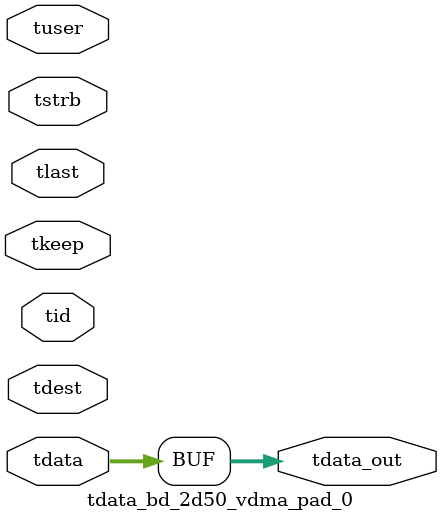
<source format=v>


`timescale 1ps/1ps

module tdata_bd_2d50_vdma_pad_0 #
(
parameter C_S_AXIS_TDATA_WIDTH = 32,
parameter C_S_AXIS_TUSER_WIDTH = 0,
parameter C_S_AXIS_TID_WIDTH   = 0,
parameter C_S_AXIS_TDEST_WIDTH = 0,
parameter C_M_AXIS_TDATA_WIDTH = 32
)
(
input  [(C_S_AXIS_TDATA_WIDTH == 0 ? 1 : C_S_AXIS_TDATA_WIDTH)-1:0     ] tdata,
input  [(C_S_AXIS_TUSER_WIDTH == 0 ? 1 : C_S_AXIS_TUSER_WIDTH)-1:0     ] tuser,
input  [(C_S_AXIS_TID_WIDTH   == 0 ? 1 : C_S_AXIS_TID_WIDTH)-1:0       ] tid,
input  [(C_S_AXIS_TDEST_WIDTH == 0 ? 1 : C_S_AXIS_TDEST_WIDTH)-1:0     ] tdest,
input  [(C_S_AXIS_TDATA_WIDTH/8)-1:0 ] tkeep,
input  [(C_S_AXIS_TDATA_WIDTH/8)-1:0 ] tstrb,
input                                                                    tlast,
output [C_M_AXIS_TDATA_WIDTH-1:0] tdata_out
);

assign tdata_out = {tdata[47:0]};

endmodule


</source>
